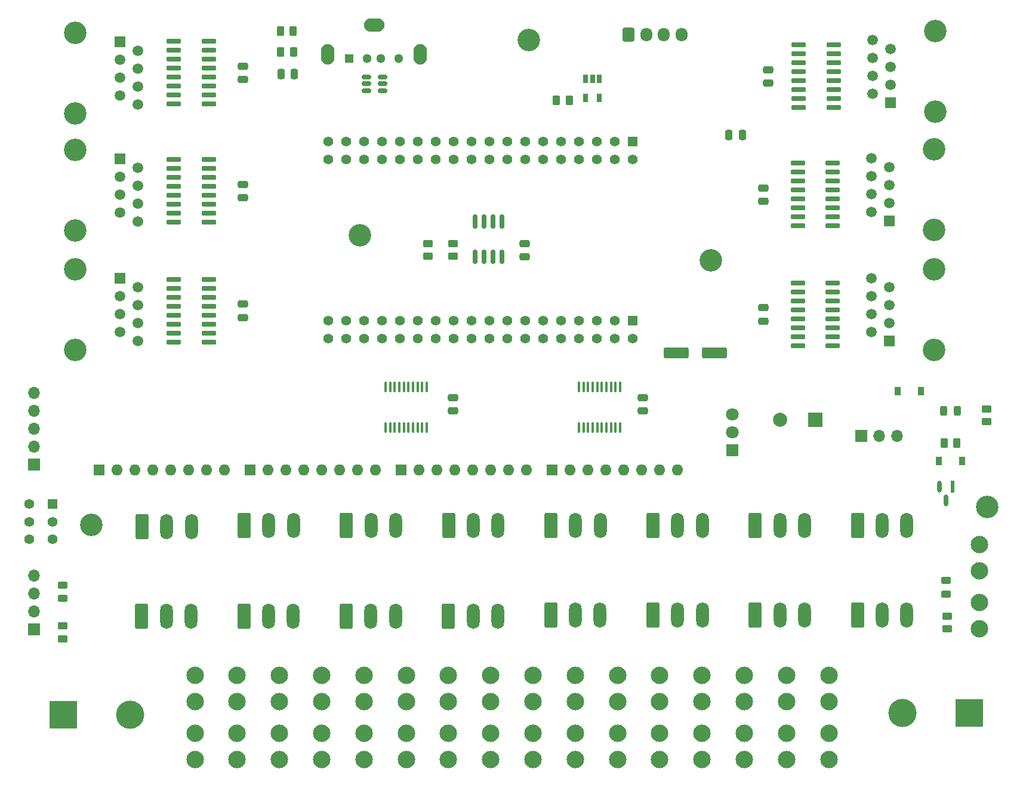
<source format=gts>
G04 #@! TF.GenerationSoftware,KiCad,Pcbnew,(6.0.4)*
G04 #@! TF.CreationDate,2022-05-09T00:45:17-06:00*
G04 #@! TF.ProjectId,PB_16-6v1_SMD.kicad_pcb,50425f31-362d-4367-9631-5f534d442e6b,rev?*
G04 #@! TF.SameCoordinates,Original*
G04 #@! TF.FileFunction,Soldermask,Top*
G04 #@! TF.FilePolarity,Negative*
%FSLAX46Y46*%
G04 Gerber Fmt 4.6, Leading zero omitted, Abs format (unit mm)*
G04 Created by KiCad (PCBNEW (6.0.4)) date 2022-05-09 00:45:17*
%MOMM*%
%LPD*%
G01*
G04 APERTURE LIST*
G04 Aperture macros list*
%AMRoundRect*
0 Rectangle with rounded corners*
0 $1 Rounding radius*
0 $2 $3 $4 $5 $6 $7 $8 $9 X,Y pos of 4 corners*
0 Add a 4 corners polygon primitive as box body*
4,1,4,$2,$3,$4,$5,$6,$7,$8,$9,$2,$3,0*
0 Add four circle primitives for the rounded corners*
1,1,$1+$1,$2,$3*
1,1,$1+$1,$4,$5*
1,1,$1+$1,$6,$7*
1,1,$1+$1,$8,$9*
0 Add four rect primitives between the rounded corners*
20,1,$1+$1,$2,$3,$4,$5,0*
20,1,$1+$1,$4,$5,$6,$7,0*
20,1,$1+$1,$6,$7,$8,$9,0*
20,1,$1+$1,$8,$9,$2,$3,0*%
G04 Aperture macros list end*
%ADD10C,3.200000*%
%ADD11R,1.500000X1.500000*%
%ADD12C,1.500000*%
%ADD13RoundRect,0.250000X-0.650000X-1.550000X0.650000X-1.550000X0.650000X1.550000X-0.650000X1.550000X0*%
%ADD14O,1.800000X3.600000*%
%ADD15RoundRect,0.250000X-0.475000X0.250000X-0.475000X-0.250000X0.475000X-0.250000X0.475000X0.250000X0*%
%ADD16RoundRect,0.243750X-0.456250X0.243750X-0.456250X-0.243750X0.456250X-0.243750X0.456250X0.243750X0*%
%ADD17R,1.600000X1.600000*%
%ADD18O,1.600000X1.600000*%
%ADD19R,0.900000X1.200000*%
%ADD20R,1.700000X1.700000*%
%ADD21O,1.700000X1.700000*%
%ADD22C,2.475000*%
%ADD23R,4.000000X4.000000*%
%ADD24C,4.000000*%
%ADD25RoundRect,0.250000X-0.262500X-0.450000X0.262500X-0.450000X0.262500X0.450000X-0.262500X0.450000X0*%
%ADD26RoundRect,0.150000X-0.150000X0.825000X-0.150000X-0.825000X0.150000X-0.825000X0.150000X0.825000X0*%
%ADD27RoundRect,0.250000X0.250000X0.475000X-0.250000X0.475000X-0.250000X-0.475000X0.250000X-0.475000X0*%
%ADD28RoundRect,0.243750X0.243750X0.456250X-0.243750X0.456250X-0.243750X-0.456250X0.243750X-0.456250X0*%
%ADD29R,1.300000X1.300000*%
%ADD30C,1.300000*%
%ADD31O,2.900000X1.900000*%
%ADD32O,1.900000X2.900000*%
%ADD33RoundRect,0.250000X0.475000X-0.250000X0.475000X0.250000X-0.475000X0.250000X-0.475000X-0.250000X0*%
%ADD34RoundRect,0.250000X0.450000X-0.262500X0.450000X0.262500X-0.450000X0.262500X-0.450000X-0.262500X0*%
%ADD35R,0.626843X1.658716*%
%ADD36RoundRect,0.313422X0.000001X0.515936X0.000001X-0.515936X-0.000001X-0.515936X-0.000001X0.515936X0*%
%ADD37RoundRect,0.250000X-0.600000X-0.725000X0.600000X-0.725000X0.600000X0.725000X-0.600000X0.725000X0*%
%ADD38O,1.700000X1.950000*%
%ADD39RoundRect,0.150000X0.512500X0.150000X-0.512500X0.150000X-0.512500X-0.150000X0.512500X-0.150000X0*%
%ADD40R,1.400000X1.400000*%
%ADD41C,1.400000*%
%ADD42RoundRect,0.042000X-0.943000X-0.258000X0.943000X-0.258000X0.943000X0.258000X-0.943000X0.258000X0*%
%ADD43RoundRect,0.250000X0.262500X0.450000X-0.262500X0.450000X-0.262500X-0.450000X0.262500X-0.450000X0*%
%ADD44RoundRect,0.100000X-0.100000X0.637500X-0.100000X-0.637500X0.100000X-0.637500X0.100000X0.637500X0*%
%ADD45RoundRect,0.250000X1.500000X0.550000X-1.500000X0.550000X-1.500000X-0.550000X1.500000X-0.550000X0*%
%ADD46RoundRect,0.250000X-0.450000X0.262500X-0.450000X-0.262500X0.450000X-0.262500X0.450000X0.262500X0*%
%ADD47RoundRect,0.042000X0.943000X0.258000X-0.943000X0.258000X-0.943000X-0.258000X0.943000X-0.258000X0*%
%ADD48RoundRect,0.070000X0.300000X0.525000X-0.300000X0.525000X-0.300000X-0.525000X0.300000X-0.525000X0*%
%ADD49R,1.800000X1.800000*%
%ADD50C,1.800000*%
%ADD51R,2.000000X2.000000*%
%ADD52C,2.000000*%
%ADD53R,1.408000X1.408000*%
%ADD54C,1.408000*%
G04 APERTURE END LIST*
D10*
X196830000Y-101056500D03*
X196830000Y-89626500D03*
D11*
X190480000Y-99786500D03*
D12*
X187940000Y-98516500D03*
X190480000Y-97246500D03*
X187940000Y-95976500D03*
X190480000Y-94706500D03*
X187940000Y-93436500D03*
X190480000Y-92166500D03*
X187940000Y-90896500D03*
D13*
X142433712Y-125984000D03*
D14*
X145933712Y-125984000D03*
X149433712Y-125984000D03*
D15*
X173307600Y-61330800D03*
X173307600Y-63230800D03*
D16*
X198526400Y-133782200D03*
X198526400Y-135657200D03*
D17*
X78359000Y-118110000D03*
D18*
X80899000Y-118110000D03*
X83439000Y-118110000D03*
X85979000Y-118110000D03*
X88519000Y-118110000D03*
X91059000Y-118110000D03*
X93599000Y-118110000D03*
X96139000Y-118110000D03*
D13*
X84401500Y-138818500D03*
D14*
X87901500Y-138818500D03*
X91401500Y-138818500D03*
D19*
X191644000Y-106934000D03*
X194944000Y-106934000D03*
X197485999Y-116840000D03*
X200785999Y-116840000D03*
D17*
X121207000Y-118110000D03*
D18*
X123747000Y-118110000D03*
X126287000Y-118110000D03*
X128827000Y-118110000D03*
X131367000Y-118110000D03*
X133907000Y-118110000D03*
X136447000Y-118110000D03*
X138987000Y-118110000D03*
D13*
X127935284Y-125984000D03*
D14*
X131435284Y-125984000D03*
X134935284Y-125984000D03*
D20*
X69088000Y-140716000D03*
D21*
X69088000Y-138176000D03*
X69088000Y-135636000D03*
X69088000Y-133096000D03*
D20*
X69088000Y-117348000D03*
D21*
X69088000Y-114808000D03*
X69088000Y-112268000D03*
X69088000Y-109728000D03*
X69088000Y-107188000D03*
D22*
X169875200Y-159136791D03*
X169875200Y-155436791D03*
X169875200Y-150936791D03*
X169875200Y-147236791D03*
D23*
X201809000Y-152545000D03*
D24*
X192309000Y-152545000D03*
D10*
X139319000Y-57150000D03*
D25*
X104074000Y-55880000D03*
X105899000Y-55880000D03*
D22*
X203200000Y-140570000D03*
X203200000Y-136870000D03*
X203200000Y-132370000D03*
X203200000Y-128670000D03*
D23*
X73264000Y-152763000D03*
D24*
X82764000Y-152763000D03*
D15*
X98735200Y-94554000D03*
X98735200Y-96454000D03*
D26*
X135509000Y-82869000D03*
X134239000Y-82869000D03*
X132969000Y-82869000D03*
X131699000Y-82869000D03*
X131699000Y-87819000D03*
X132969000Y-87819000D03*
X134239000Y-87819000D03*
X135509000Y-87819000D03*
D13*
X185929000Y-138684000D03*
D14*
X189429000Y-138684000D03*
X192929000Y-138684000D03*
D27*
X169606000Y-70612000D03*
X167706000Y-70612000D03*
D28*
X200073500Y-109728000D03*
X198198500Y-109728000D03*
D22*
X103936800Y-159136791D03*
X103936800Y-155436791D03*
X103936800Y-150936791D03*
X103936800Y-147236791D03*
D13*
X156921140Y-138684000D03*
D14*
X160421140Y-138684000D03*
X163921140Y-138684000D03*
D22*
X175869600Y-159136791D03*
X175869600Y-155436791D03*
X175869600Y-150936791D03*
X175869600Y-147236791D03*
D15*
X98735200Y-60822800D03*
X98735200Y-62722800D03*
D29*
X113848000Y-59789000D03*
D30*
X116348000Y-59789000D03*
X118348000Y-59789000D03*
X120848000Y-59789000D03*
D31*
X117348000Y-55009000D03*
D32*
X110778000Y-59189000D03*
X123918000Y-59189000D03*
D10*
X196946000Y-55895300D03*
X196946000Y-67325300D03*
D11*
X190596000Y-66055300D03*
D12*
X188056000Y-64785300D03*
X190596000Y-63515300D03*
X188056000Y-62245300D03*
X190596000Y-60975300D03*
X188056000Y-59705300D03*
X190596000Y-58435300D03*
X188056000Y-57165300D03*
D27*
X106040000Y-61976000D03*
X104140000Y-61976000D03*
D15*
X98735200Y-77586800D03*
X98735200Y-79486800D03*
D33*
X155448000Y-109728000D03*
X155448000Y-107828000D03*
X128524000Y-109728000D03*
X128524000Y-107828000D03*
D22*
X121920000Y-159136791D03*
X121920000Y-155436791D03*
X121920000Y-150936791D03*
X121920000Y-147236791D03*
D13*
X171425068Y-138684000D03*
D14*
X174925068Y-138684000D03*
X178425068Y-138684000D03*
D13*
X127913284Y-138818500D03*
D14*
X131413284Y-138818500D03*
X134913284Y-138818500D03*
D22*
X127914400Y-159136791D03*
X127914400Y-155436791D03*
X127914400Y-150936791D03*
X127914400Y-147236791D03*
D34*
X198628000Y-140612500D03*
X198628000Y-138787500D03*
D35*
X199416000Y-120432227D03*
D36*
X197585999Y-120432227D03*
X198500999Y-122385641D03*
D37*
X153456000Y-56371000D03*
D38*
X155956000Y-56371000D03*
X158456000Y-56371000D03*
X160956000Y-56371000D03*
D39*
X118541500Y-64295000D03*
X118541500Y-63345000D03*
X118541500Y-62395000D03*
X116266500Y-62395000D03*
X116266500Y-63345000D03*
X116266500Y-64295000D03*
D40*
X71755000Y-122936000D03*
D41*
X71755000Y-125436000D03*
X71755000Y-127936000D03*
X68455000Y-122936000D03*
X68455000Y-125436000D03*
X68455000Y-127936000D03*
D22*
X157886400Y-159136791D03*
X157886400Y-155436791D03*
X157886400Y-150936791D03*
X157886400Y-147236791D03*
D42*
X177473000Y-74599800D03*
X177473000Y-75869800D03*
X177473000Y-77139800D03*
X177473000Y-78409800D03*
X177473000Y-79679800D03*
X177473000Y-80949800D03*
X177473000Y-82219800D03*
X177473000Y-83489800D03*
X182423000Y-83489800D03*
X182423000Y-82219800D03*
X182423000Y-80949800D03*
X182423000Y-79679800D03*
X182423000Y-78409800D03*
X182423000Y-77139800D03*
X182423000Y-75869800D03*
X182423000Y-74599800D03*
D10*
X204343000Y-123317000D03*
D17*
X99783000Y-118110000D03*
D18*
X102323000Y-118110000D03*
X104863000Y-118110000D03*
X107403000Y-118110000D03*
X109943000Y-118110000D03*
X112483000Y-118110000D03*
X115023000Y-118110000D03*
X117563000Y-118110000D03*
D43*
X145057500Y-65659000D03*
X143232500Y-65659000D03*
D44*
X152277000Y-106357500D03*
X151627000Y-106357500D03*
X150977000Y-106357500D03*
X150327000Y-106357500D03*
X149677000Y-106357500D03*
X149027000Y-106357500D03*
X148377000Y-106357500D03*
X147727000Y-106357500D03*
X147077000Y-106357500D03*
X146427000Y-106357500D03*
X146427000Y-112082500D03*
X147077000Y-112082500D03*
X147727000Y-112082500D03*
X148377000Y-112082500D03*
X149027000Y-112082500D03*
X149677000Y-112082500D03*
X150327000Y-112082500D03*
X150977000Y-112082500D03*
X151627000Y-112082500D03*
X152277000Y-112082500D03*
D13*
X142417212Y-138684000D03*
D14*
X145917212Y-138684000D03*
X149417212Y-138684000D03*
D22*
X109931200Y-159136791D03*
X109931200Y-155436791D03*
X109931200Y-150936791D03*
X109931200Y-147236791D03*
X145897600Y-159136791D03*
X145897600Y-155436791D03*
X145897600Y-150936791D03*
X145897600Y-147236791D03*
D34*
X73152000Y-142033000D03*
X73152000Y-140208000D03*
D45*
X165641000Y-101473000D03*
X160241000Y-101473000D03*
D43*
X105941500Y-58801000D03*
X104116500Y-58801000D03*
D13*
X84440000Y-126118500D03*
D14*
X87940000Y-126118500D03*
X91440000Y-126118500D03*
D44*
X124845000Y-106357500D03*
X124195000Y-106357500D03*
X123545000Y-106357500D03*
X122895000Y-106357500D03*
X122245000Y-106357500D03*
X121595000Y-106357500D03*
X120945000Y-106357500D03*
X120295000Y-106357500D03*
X119645000Y-106357500D03*
X118995000Y-106357500D03*
X118995000Y-112082500D03*
X119645000Y-112082500D03*
X120295000Y-112082500D03*
X120945000Y-112082500D03*
X121595000Y-112082500D03*
X122245000Y-112082500D03*
X122895000Y-112082500D03*
X123545000Y-112082500D03*
X124195000Y-112082500D03*
X124845000Y-112082500D03*
D13*
X156932140Y-125984000D03*
D14*
X160432140Y-125984000D03*
X163932140Y-125984000D03*
D10*
X74950000Y-84109500D03*
X74950000Y-72679500D03*
D11*
X81300000Y-73949500D03*
D12*
X83840000Y-75219500D03*
X81300000Y-76489500D03*
X83840000Y-77759500D03*
X81300000Y-79029500D03*
X83840000Y-80299500D03*
X81300000Y-81569500D03*
X83840000Y-82839500D03*
D13*
X185929000Y-125984000D03*
D14*
X189429000Y-125984000D03*
X192929000Y-125984000D03*
D34*
X124968000Y-87780500D03*
X124968000Y-85955500D03*
D22*
X151892000Y-159136791D03*
X151892000Y-155436791D03*
X151892000Y-150936791D03*
X151892000Y-147236791D03*
D10*
X74950000Y-67548700D03*
X74950000Y-56118700D03*
D11*
X81300000Y-57388700D03*
D12*
X83840000Y-58658700D03*
X81300000Y-59928700D03*
X83840000Y-61198700D03*
X81300000Y-62468700D03*
X83840000Y-63738700D03*
X81300000Y-65008700D03*
X83840000Y-66278700D03*
D42*
X177589000Y-57835800D03*
X177589000Y-59105800D03*
X177589000Y-60375800D03*
X177589000Y-61645800D03*
X177589000Y-62915800D03*
X177589000Y-64185800D03*
X177589000Y-65455800D03*
X177589000Y-66725800D03*
X182539000Y-66725800D03*
X182539000Y-65455800D03*
X182539000Y-64185800D03*
X182539000Y-62915800D03*
X182539000Y-61645800D03*
X182539000Y-60375800D03*
X182539000Y-59105800D03*
X182539000Y-57835800D03*
D15*
X138684000Y-85984000D03*
X138684000Y-87884000D03*
D13*
X171430568Y-125984000D03*
D14*
X174930568Y-125984000D03*
X178430568Y-125984000D03*
D15*
X172582000Y-95062000D03*
X172582000Y-96962000D03*
D10*
X77216000Y-125857000D03*
D20*
X186436000Y-113284000D03*
D21*
X188976000Y-113284000D03*
X191516000Y-113284000D03*
D22*
X163880800Y-159136791D03*
X163880800Y-155436791D03*
X163880800Y-150936791D03*
X163880800Y-147236791D03*
D17*
X142631000Y-118110000D03*
D18*
X145171000Y-118110000D03*
X147711000Y-118110000D03*
X150251000Y-118110000D03*
X152791000Y-118110000D03*
X155331000Y-118110000D03*
X157871000Y-118110000D03*
X160411000Y-118110000D03*
D13*
X98938428Y-125984000D03*
D14*
X102438428Y-125984000D03*
X105938428Y-125984000D03*
D43*
X200048499Y-114300000D03*
X198223499Y-114300000D03*
D13*
X113436856Y-125984000D03*
D14*
X116936856Y-125984000D03*
X120436856Y-125984000D03*
D22*
X97942400Y-159136791D03*
X97942400Y-155436791D03*
X97942400Y-150936791D03*
X97942400Y-147236791D03*
D13*
X98905428Y-138818500D03*
D14*
X102405428Y-138818500D03*
X105905428Y-138818500D03*
D22*
X91948000Y-159136791D03*
X91948000Y-155436791D03*
X91948000Y-150936791D03*
X91948000Y-147236791D03*
D10*
X196830000Y-84089300D03*
X196830000Y-72659300D03*
D11*
X190480000Y-82819300D03*
D12*
X187940000Y-81549300D03*
X190480000Y-80279300D03*
X187940000Y-79009300D03*
X190480000Y-77739300D03*
X187940000Y-76469300D03*
X190480000Y-75199300D03*
X187940000Y-73929300D03*
D22*
X115925600Y-159148000D03*
X115925600Y-155448000D03*
X115925600Y-150948000D03*
X115925600Y-147248000D03*
D46*
X204216000Y-109427000D03*
X204216000Y-111252000D03*
D15*
X172582000Y-78094800D03*
X172582000Y-79994800D03*
D47*
X93915000Y-66217800D03*
X93915000Y-64947800D03*
X93915000Y-63677800D03*
X93915000Y-62407800D03*
X93915000Y-61137800D03*
X93915000Y-59867800D03*
X93915000Y-58597800D03*
X93915000Y-57327800D03*
X88965000Y-57327800D03*
X88965000Y-58597800D03*
X88965000Y-59867800D03*
X88965000Y-61137800D03*
X88965000Y-62407800D03*
X88965000Y-63677800D03*
X88965000Y-64947800D03*
X88965000Y-66217800D03*
D48*
X149286000Y-62658000D03*
X148336000Y-62658000D03*
X147386000Y-62658000D03*
X147386000Y-65358000D03*
X149286000Y-65358000D03*
D49*
X168147000Y-115321000D03*
D50*
X168147000Y-112781000D03*
X168147000Y-110241000D03*
D47*
X93915000Y-82981800D03*
X93915000Y-81711800D03*
X93915000Y-80441800D03*
X93915000Y-79171800D03*
X93915000Y-77901800D03*
X93915000Y-76631800D03*
X93915000Y-75361800D03*
X93915000Y-74091800D03*
X88965000Y-74091800D03*
X88965000Y-75361800D03*
X88965000Y-76631800D03*
X88965000Y-77901800D03*
X88965000Y-79171800D03*
X88965000Y-80441800D03*
X88965000Y-81711800D03*
X88965000Y-82981800D03*
D51*
X179959000Y-110998000D03*
D52*
X174959000Y-110998000D03*
D10*
X115316000Y-84836000D03*
X165100000Y-88392000D03*
X74950000Y-89646700D03*
X74950000Y-101076700D03*
D11*
X81300000Y-90916700D03*
D12*
X83840000Y-92186700D03*
X81300000Y-93456700D03*
X83840000Y-94726700D03*
X81300000Y-95996700D03*
X83840000Y-97266700D03*
X81300000Y-98536700D03*
X83840000Y-99806700D03*
D22*
X133908800Y-159136791D03*
X133908800Y-155436791D03*
X133908800Y-150936791D03*
X133908800Y-147236791D03*
D13*
X113409356Y-138818500D03*
D14*
X116909356Y-138818500D03*
X120409356Y-138818500D03*
D16*
X73197000Y-134393700D03*
X73197000Y-136268700D03*
D42*
X177473000Y-91567000D03*
X177473000Y-92837000D03*
X177473000Y-94107000D03*
X177473000Y-95377000D03*
X177473000Y-96647000D03*
X177473000Y-97917000D03*
X177473000Y-99187000D03*
X177473000Y-100457000D03*
X182423000Y-100457000D03*
X182423000Y-99187000D03*
X182423000Y-97917000D03*
X182423000Y-96647000D03*
X182423000Y-95377000D03*
X182423000Y-94107000D03*
X182423000Y-92837000D03*
X182423000Y-91567000D03*
D22*
X139903200Y-159136791D03*
X139903200Y-155436791D03*
X139903200Y-150936791D03*
X139903200Y-147236791D03*
D53*
X154076400Y-71526400D03*
D54*
X154076400Y-74066400D03*
X151536400Y-71526400D03*
X151536400Y-74066400D03*
X148996400Y-71526400D03*
X148996400Y-74066400D03*
X146456400Y-71526400D03*
X146456400Y-74066400D03*
X143916400Y-71526400D03*
X143916400Y-74066400D03*
X141376400Y-71526400D03*
X141376400Y-74066400D03*
X138836400Y-71526400D03*
X138836400Y-74066400D03*
X136296400Y-71526400D03*
X136296400Y-74066400D03*
X133756400Y-71526400D03*
X133756400Y-74066400D03*
X131216400Y-71526400D03*
X131216400Y-74066400D03*
X128676400Y-71526400D03*
X128676400Y-74066400D03*
X126136400Y-71526400D03*
X126136400Y-74066400D03*
X123596400Y-71526400D03*
X123596400Y-74066400D03*
X121056400Y-71526400D03*
X121056400Y-74066400D03*
X118516400Y-71526400D03*
X118516400Y-74066400D03*
X115976400Y-71526400D03*
X115976400Y-74066400D03*
X113436400Y-71526400D03*
X113436400Y-74066400D03*
X110896400Y-71526400D03*
X110896400Y-74066400D03*
D53*
X154076400Y-96926400D03*
D54*
X154076400Y-99466400D03*
X151536400Y-96926400D03*
X151536400Y-99466400D03*
X148996400Y-96926400D03*
X148996400Y-99466400D03*
X146456400Y-96926400D03*
X146456400Y-99466400D03*
X143916400Y-96926400D03*
X143916400Y-99466400D03*
X141376400Y-96926400D03*
X141376400Y-99466400D03*
X138836400Y-96926400D03*
X138836400Y-99466400D03*
X136296400Y-96926400D03*
X136296400Y-99466400D03*
X133756400Y-96926400D03*
X133756400Y-99466400D03*
X131216400Y-96926400D03*
X131216400Y-99466400D03*
X128676400Y-96926400D03*
X128676400Y-99466400D03*
X126136400Y-96926400D03*
X126136400Y-99466400D03*
X123596400Y-96926400D03*
X123596400Y-99466400D03*
X121056400Y-96926400D03*
X121056400Y-99466400D03*
X118516400Y-96926400D03*
X118516400Y-99466400D03*
X115976400Y-96926400D03*
X115976400Y-99466400D03*
X113436400Y-96926400D03*
X113436400Y-99466400D03*
X110896400Y-96926400D03*
X110896400Y-99466400D03*
D22*
X181864000Y-159136791D03*
X181864000Y-155436791D03*
X181864000Y-150936791D03*
X181864000Y-147236791D03*
D46*
X128524000Y-85955500D03*
X128524000Y-87780500D03*
D47*
X93915000Y-99949000D03*
X93915000Y-98679000D03*
X93915000Y-97409000D03*
X93915000Y-96139000D03*
X93915000Y-94869000D03*
X93915000Y-93599000D03*
X93915000Y-92329000D03*
X93915000Y-91059000D03*
X88965000Y-91059000D03*
X88965000Y-92329000D03*
X88965000Y-93599000D03*
X88965000Y-94869000D03*
X88965000Y-96139000D03*
X88965000Y-97409000D03*
X88965000Y-98679000D03*
X88965000Y-99949000D03*
M02*

</source>
